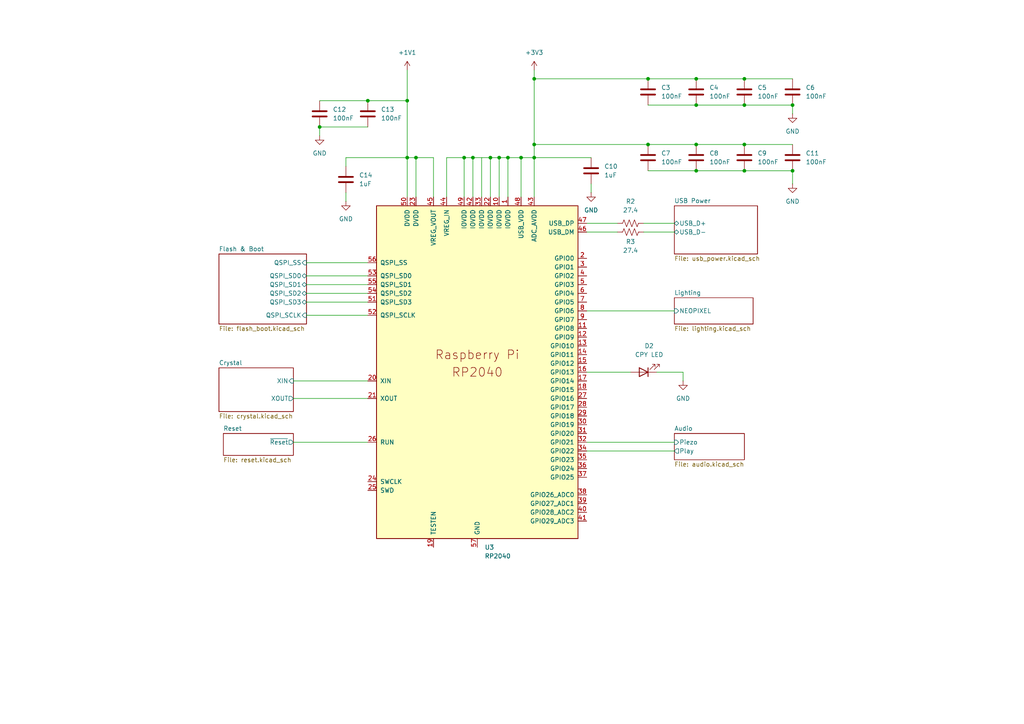
<source format=kicad_sch>
(kicad_sch (version 20250114) (generator "eeschema") (generator_version "9.0")
  (paper "A4")
  (lib_symbols
    (symbol "Device:C" (pin_numbers (hide yes)) (pin_names (offset 0.254))
      (property "Reference" "C" (at 0.635 2.54 0))
      (property "Value" "C" (at 0.635 -2.54 0))
      (symbol "C_0_1"
        (polyline (pts (xy -2.032 0.762) (xy 2.032 0.762)) (stroke (width 0.508)))
        (polyline (pts (xy -2.032 -0.762) (xy 2.032 -0.762)) (stroke (width 0.508)))
      )
      (symbol "C_1_1"
        (pin passive line (at 0 3.81 270) (length 2.794) (name "~") (number "1"))
        (pin passive line (at 0 -3.81 90) (length 2.794) (name "~") (number "2"))
      )
    )
    (symbol "Device:LED" (pin_numbers (hide yes)) (pin_names (offset 1.016) (hide yes))
      (property "Reference" "D" (at 0 2.54 0))
      (property "Value" "LED" (at 0 -2.54 0))
      (symbol "LED_0_1"
        (polyline (pts (xy -3.048 -0.762) (xy -4.572 -2.286) (xy -3.81 -2.286) (xy -4.572 -2.286) (xy -4.572 -1.524)))
        (polyline (pts (xy -1.778 -0.762) (xy -3.302 -2.286) (xy -2.54 -2.286) (xy -3.302 -2.286) (xy -3.302 -1.524)))
        (polyline (pts (xy -1.27 0) (xy 1.27 0)))
        (polyline (pts (xy -1.27 -1.27) (xy -1.27 1.27)) (stroke (width 0.254)))
        (polyline (pts (xy 1.27 -1.27) (xy 1.27 1.27) (xy -1.27 0) (xy 1.27 -1.27)) (stroke (width 0.254)))
      )
      (symbol "LED_1_1"
        (pin passive line (at -3.81 0 0) (length 2.54) (name "K") (number "1"))
        (pin passive line (at 3.81 0 180) (length 2.54) (name "A") (number "2"))
      )
    )
    (symbol "Device:R_US" (pin_numbers (hide yes)) (pin_names (offset 0))
      (property "Reference" "R" (at 2.54 0 90))
      (property "Value" "R_US" (at -2.54 0 90))
      (symbol "R_US_0_1"
        (polyline (pts (xy 0 2.286) (xy 0 2.54)))
        (polyline (pts (xy 0 2.286) (xy 1.016 1.905) (xy 0 1.524) (xy -1.016 1.143) (xy 0 0.762)))
        (polyline (pts (xy 0 0.762) (xy 1.016 0.381) (xy 0 0) (xy -1.016 -0.381) (xy 0 -0.762)))
        (polyline (pts (xy 0 -0.762) (xy 1.016 -1.143) (xy 0 -1.524) (xy -1.016 -1.905) (xy 0 -2.286)))
        (polyline (pts (xy 0 -2.286) (xy 0 -2.54)))
      )
      (symbol "R_US_1_1"
        (pin passive line (at 0 3.81 270) (length 1.27) (name "~") (number "1"))
        (pin passive line (at 0 -3.81 90) (length 1.27) (name "~") (number "2"))
      )
    )
    (symbol "Tekk_Card_Symbols:RP2040" (pin_names (offset 1.016))
      (property "Reference" "U" (at -29.21 49.53 0))
      (property "Value" "RP2040" (at 24.13 -49.53 0))
      (symbol "RP2040_0_0"
        (text "Raspberry Pi" (at 0 5.08 0) (effects (font (size 2.54 2.54))))
        (text "RP2040" (at 0 0 0) (effects (font (size 2.54 2.54))))
      )
      (symbol "RP2040_0_1"
        (rectangle (start 29.21 48.26) (end -29.21 -48.26) (stroke (width 0.254)) (fill (type background)))
      )
      (symbol "RP2040_1_1"
        (pin bidirectional line (at -31.75 31.75 0) (length 2.54) (name "QSPI_SS") (number "56"))
        (pin bidirectional line (at -31.75 27.94 0) (length 2.54) (name "QSPI_SD0") (number "53"))
        (pin bidirectional line (at -31.75 25.4 0) (length 2.54) (name "QSPI_SD1") (number "55"))
        (pin bidirectional line (at -31.75 22.86 0) (length 2.54) (name "QSPI_SD2") (number "54"))
        (pin bidirectional line (at -31.75 20.32 0) (length 2.54) (name "QSPI_SD3") (number "51"))
        (pin output line (at -31.75 16.51 0) (length 2.54) (name "QSPI_SCLK") (number "52"))
        (pin input line (at -31.75 -2.54 0) (length 2.54) (name "XIN") (number "20"))
        (pin passive line (at -31.75 -7.62 0) (length 2.54) (name "XOUT") (number "21"))
        (pin input line (at -31.75 -20.32 0) (length 2.54) (name "RUN") (number "26"))
        (pin output line (at -31.75 -31.75 0) (length 2.54) (name "SWCLK") (number "24"))
        (pin bidirectional line (at -31.75 -34.29 0) (length 2.54) (name "SWD") (number "25"))
        (pin power_in line (at -20.32 50.8 270) (length 2.54) (name "DVDD") (number "50"))
        (pin power_in line (at -17.78 50.8 270) (length 2.54) (name "DVDD") (number "23"))
        (pin power_out line (at -12.7 50.8 270) (length 2.54) (name "VREG_VOUT") (number "45"))
        (pin passive line (at -12.7 -50.8 90) (length 2.54) (name "TESTEN") (number "19"))
        (pin power_in line (at -8.89 50.8 270) (length 2.54) (name "VREG_IN") (number "44"))
        (pin power_in line (at -3.81 50.8 270) (length 2.54) (name "IOVDD") (number "49"))
        (pin power_in line (at -1.27 50.8 270) (length 2.54) (name "IOVDD") (number "42"))
        (pin power_in line (at 0 -50.8 90) (length 2.54) (name "GND") (number "57"))
        (pin power_in line (at 1.27 50.8 270) (length 2.54) (name "IOVDD") (number "33"))
        (pin power_in line (at 3.81 50.8 270) (length 2.54) (name "IOVDD") (number "22"))
        (pin power_in line (at 6.35 50.8 270) (length 2.54) (name "IOVDD") (number "10"))
        (pin power_in line (at 8.89 50.8 270) (length 2.54) (name "IOVDD") (number "1"))
        (pin power_in line (at 12.7 50.8 270) (length 2.54) (name "USB_VDD") (number "48"))
        (pin power_in line (at 16.51 50.8 270) (length 2.54) (name "ADC_AVDD") (number "43"))
        (pin bidirectional line (at 31.75 43.18 180) (length 2.54) (name "USB_DP") (number "47"))
        (pin bidirectional line (at 31.75 40.64 180) (length 2.54) (name "USB_DM") (number "46"))
        (pin bidirectional line (at 31.75 33.02 180) (length 2.54) (name "GPIO0") (number "2"))
        (pin bidirectional line (at 31.75 30.48 180) (length 2.54) (name "GPIO1") (number "3"))
        (pin bidirectional line (at 31.75 27.94 180) (length 2.54) (name "GPIO2") (number "4"))
        (pin bidirectional line (at 31.75 25.4 180) (length 2.54) (name "GPIO3") (number "5"))
        (pin bidirectional line (at 31.75 22.86 180) (length 2.54) (name "GPIO4") (number "6"))
        (pin bidirectional line (at 31.75 20.32 180) (length 2.54) (name "GPIO5") (number "7"))
        (pin bidirectional line (at 31.75 17.78 180) (length 2.54) (name "GPIO6") (number "8"))
        (pin bidirectional line (at 31.75 15.24 180) (length 2.54) (name "GPIO7") (number "9"))
        (pin bidirectional line (at 31.75 12.7 180) (length 2.54) (name "GPIO8") (number "11"))
        (pin bidirectional line (at 31.75 10.16 180) (length 2.54) (name "GPIO9") (number "12"))
        (pin bidirectional line (at 31.75 7.62 180) (length 2.54) (name "GPIO10") (number "13"))
        (pin bidirectional line (at 31.75 5.08 180) (length 2.54) (name "GPIO11") (number "14"))
        (pin bidirectional line (at 31.75 2.54 180) (length 2.54) (name "GPIO12") (number "15"))
        (pin bidirectional line (at 31.75 0 180) (length 2.54) (name "GPIO13") (number "16"))
        (pin bidirectional line (at 31.75 -2.54 180) (length 2.54) (name "GPIO14") (number "17"))
        (pin bidirectional line (at 31.75 -5.08 180) (length 2.54) (name "GPIO15") (number "18"))
        (pin bidirectional line (at 31.75 -7.62 180) (length 2.54) (name "GPIO16") (number "27"))
        (pin bidirectional line (at 31.75 -10.16 180) (length 2.54) (name "GPIO17") (number "28"))
        (pin bidirectional line (at 31.75 -12.7 180) (length 2.54) (name "GPIO18") (number "29"))
        (pin bidirectional line (at 31.75 -15.24 180) (length 2.54) (name "GPIO19") (number "30"))
        (pin bidirectional line (at 31.75 -17.78 180) (length 2.54) (name "GPIO20") (number "31"))
        (pin bidirectional line (at 31.75 -20.32 180) (length 2.54) (name "GPIO21") (number "32"))
        (pin bidirectional line (at 31.75 -22.86 180) (length 2.54) (name "GPIO22") (number "34"))
        (pin bidirectional line (at 31.75 -25.4 180) (length 2.54) (name "GPIO23") (number "35"))
        (pin bidirectional line (at 31.75 -27.94 180) (length 2.54) (name "GPIO24") (number "36"))
        (pin bidirectional line (at 31.75 -30.48 180) (length 2.54) (name "GPIO25") (number "37"))
        (pin bidirectional line (at 31.75 -35.56 180) (length 2.54) (name "GPIO26_ADC0") (number "38"))
        (pin bidirectional line (at 31.75 -38.1 180) (length 2.54) (name "GPIO27_ADC1") (number "39"))
        (pin bidirectional line (at 31.75 -40.64 180) (length 2.54) (name "GPIO28_ADC2") (number "40"))
        (pin bidirectional line (at 31.75 -43.18 180) (length 2.54) (name "GPIO29_ADC3") (number "41"))
      )
    )
    (symbol "power:+1V1" (power) (pin_numbers (hide yes)) (pin_names (offset 0) (hide yes))
      (property "Value" "+1V1" (at 0 3.556 0))
      (symbol "+1V1_0_1"
        (polyline (pts (xy -0.762 1.27) (xy 0 2.54)))
        (polyline (pts (xy 0 2.54) (xy 0.762 1.27)))
        (polyline (pts (xy 0 0) (xy 0 2.54)))
      )
      (symbol "+1V1_1_1"
        (pin power_in line (at 0 0 90) (length 0) (name "~") (number "1"))
      )
    )
    (symbol "power:+3V3" (power) (pin_numbers (hide yes)) (pin_names (offset 0) (hide yes))
      (property "Value" "+3V3" (at 0 3.556 0))
      (symbol "+3V3_0_1"
        (polyline (pts (xy -0.762 1.27) (xy 0 2.54)))
        (polyline (pts (xy 0 2.54) (xy 0.762 1.27)))
        (polyline (pts (xy 0 0) (xy 0 2.54)))
      )
      (symbol "+3V3_1_1"
        (pin power_in line (at 0 0 90) (length 0) (name "~") (number "1"))
      )
    )
    (symbol "power:GND" (power) (pin_numbers (hide yes)) (pin_names (offset 0) (hide yes))
      (property "Value" "GND" (at 0 -3.81 0))
      (symbol "GND_0_1"
        (polyline (pts (xy 0 0) (xy 0 -1.27) (xy 1.27 -1.27) (xy 0 -2.54) (xy -1.27 -1.27) (xy 0 -1.27)))
      )
      (symbol "GND_1_1"
        (pin power_in line (at 0 0 270) (length 0) (name "~") (number "1"))
      )
    )
  )
  (junction (at 151.13 45.72))
  (junction (at 215.9 22.86))
  (junction (at 92.71 36.83))
  (junction (at 215.9 41.91))
  (junction (at 215.9 30.48))
  (junction (at 137.16 45.72))
  (junction (at 229.87 30.48))
  (junction (at 118.11 45.72))
  (junction (at 187.96 41.91))
  (junction (at 229.87 49.53))
  (junction (at 187.96 22.86))
  (junction (at 215.9 49.53))
  (junction (at 118.11 29.21))
  (junction (at 134.62 45.72))
  (junction (at 201.93 49.53))
  (junction (at 201.93 41.91))
  (junction (at 147.32 45.72))
  (junction (at 154.94 22.86))
  (junction (at 120.65 45.72))
  (junction (at 154.94 45.72))
  (junction (at 142.24 45.72))
  (junction (at 106.68 29.21))
  (junction (at 154.94 41.91))
  (junction (at 201.93 22.86))
  (junction (at 144.78 45.72))
  (junction (at 201.93 30.48))
  (wire (pts (xy 118.11 45.72) (xy 118.11 57.15)))
  (wire (pts (xy 215.9 30.48) (xy 229.87 30.48)))
  (wire (pts (xy 85.09 128.27) (xy 106.68 128.27)))
  (wire (pts (xy 100.33 45.72) (xy 118.11 45.72)))
  (wire (pts (xy 129.54 57.15) (xy 129.54 45.72)))
  (wire (pts (xy 229.87 30.48) (xy 229.87 33.02)))
  (wire (pts (xy 137.16 45.72) (xy 137.16 57.15)))
  (wire (pts (xy 201.93 41.91) (xy 215.9 41.91)))
  (wire (pts (xy 144.78 45.72) (xy 144.78 57.15)))
  (wire (pts (xy 187.96 22.86) (xy 154.94 22.86)))
  (wire (pts (xy 125.73 45.72) (xy 120.65 45.72)))
  (wire (pts (xy 154.94 41.91) (xy 154.94 45.72)))
  (wire (pts (xy 151.13 45.72) (xy 151.13 57.15)))
  (wire (pts (xy 187.96 41.91) (xy 201.93 41.91)))
  (wire (pts (xy 88.9 85.09) (xy 106.68 85.09)))
  (wire (pts (xy 147.32 45.72) (xy 151.13 45.72)))
  (wire (pts (xy 170.18 130.81) (xy 195.58 130.81)))
  (wire (pts (xy 154.94 45.72) (xy 154.94 57.15)))
  (wire (pts (xy 88.9 76.2) (xy 106.68 76.2)))
  (wire (pts (xy 120.65 45.72) (xy 120.65 57.15)))
  (wire (pts (xy 171.45 53.34) (xy 171.45 55.88)))
  (wire (pts (xy 106.68 29.21) (xy 118.11 29.21)))
  (wire (pts (xy 187.96 41.91) (xy 154.94 41.91)))
  (wire (pts (xy 151.13 45.72) (xy 154.94 45.72)))
  (wire (pts (xy 186.69 67.31) (xy 195.58 67.31)))
  (wire (pts (xy 134.62 45.72) (xy 134.62 57.15)))
  (wire (pts (xy 129.54 45.72) (xy 134.62 45.72)))
  (wire (pts (xy 187.96 49.53) (xy 201.93 49.53)))
  (wire (pts (xy 85.09 110.49) (xy 106.68 110.49)))
  (wire (pts (xy 170.18 128.27) (xy 195.58 128.27)))
  (wire (pts (xy 229.87 49.53) (xy 215.9 49.53)))
  (wire (pts (xy 229.87 49.53) (xy 229.87 53.34)))
  (wire (pts (xy 154.94 20.32) (xy 154.94 22.86)))
  (wire (pts (xy 92.71 29.21) (xy 106.68 29.21)))
  (wire (pts (xy 198.12 107.95) (xy 198.12 110.49)))
  (wire (pts (xy 88.9 91.44) (xy 106.68 91.44)))
  (wire (pts (xy 170.18 107.95) (xy 182.88 107.95)))
  (wire (pts (xy 170.18 64.77) (xy 179.07 64.77)))
  (wire (pts (xy 201.93 30.48) (xy 215.9 30.48)))
  (wire (pts (xy 170.18 67.31) (xy 179.07 67.31)))
  (wire (pts (xy 88.9 80.01) (xy 106.68 80.01)))
  (wire (pts (xy 154.94 22.86) (xy 154.94 41.91)))
  (wire (pts (xy 154.94 45.72) (xy 171.45 45.72)))
  (wire (pts (xy 144.78 45.72) (xy 147.32 45.72)))
  (wire (pts (xy 137.16 45.72) (xy 142.24 45.72)))
  (wire (pts (xy 118.11 20.32) (xy 118.11 29.21)))
  (wire (pts (xy 118.11 45.72) (xy 120.65 45.72)))
  (wire (pts (xy 190.5 107.95) (xy 198.12 107.95)))
  (wire (pts (xy 92.71 36.83) (xy 92.71 39.37)))
  (wire (pts (xy 134.62 45.72) (xy 137.16 45.72)))
  (wire (pts (xy 88.9 87.63) (xy 106.68 87.63)))
  (wire (pts (xy 88.9 82.55) (xy 106.68 82.55)))
  (wire (pts (xy 215.9 22.86) (xy 229.87 22.86)))
  (wire (pts (xy 139.7 57.15) (xy 139.7 45.7459)))
  (wire (pts (xy 187.96 30.48) (xy 201.93 30.48)))
  (wire (pts (xy 118.11 29.21) (xy 118.11 45.72)))
  (wire (pts (xy 100.33 48.26) (xy 100.33 45.72)))
  (wire (pts (xy 142.24 45.72) (xy 142.24 57.15)))
  (wire (pts (xy 201.93 22.86) (xy 215.9 22.86)))
  (wire (pts (xy 125.73 57.15) (xy 125.73 45.72)))
  (wire (pts (xy 100.33 58.42) (xy 100.33 55.88)))
  (wire (pts (xy 142.24 45.72) (xy 144.78 45.72)))
  (wire (pts (xy 201.93 49.53) (xy 215.9 49.53)))
  (wire (pts (xy 186.69 64.77) (xy 195.58 64.77)))
  (wire (pts (xy 147.32 45.72) (xy 147.32 57.15)))
  (wire (pts (xy 92.71 36.83) (xy 106.68 36.83)))
  (wire (pts (xy 170.18 90.17) (xy 195.58 90.17)))
  (wire (pts (xy 215.9 41.91) (xy 229.87 41.91)))
  (wire (pts (xy 85.09 115.57) (xy 106.68 115.57)))
  (wire (pts (xy 187.96 22.86) (xy 201.93 22.86)))
  (wire (pts (xy 139.7 45.7459) (xy 139.8248 45.7459)))
  (symbol (lib_id "power:GND") (at 100.33 58.42 0) (unit 1)
    (property "Reference" "#PWR013" (effects (hide yes)))
    (property "Value" "GND" (at 100.33 63.5 0))
    (property "Description" "Power symbol creates a global label with name \"GND\" , ground" (effects (hide yes)))
  )
  (symbol (lib_id "Device:C") (at 201.93 26.67 0) (unit 1)
    (property "Reference" "C4" (at 205.74 25.3999 0) (effects (justify left)))
    (property "Value" "100nF" (at 205.74 27.9399 0) (effects (justify left)))
    (property "Description" "Unpolarized capacitor" (effects (hide yes)))
  )
  (symbol (lib_id "Tekk_Card_Symbols:RP2040") (at 138.43 107.95 0) (unit 1)
    (property "Reference" "U3" (at 140.5733 158.75 0) (effects (justify left)))
    (property "Value" "RP2040" (at 140.5733 161.29 0) (effects (justify left)))
    (property "Footprint" "Tekk_Card_Library:RP2040-QFN-56" (effects (hide yes)))
  )
  (symbol (lib_id "power:+1V1") (at 118.11 20.32 0) (unit 1)
    (property "Reference" "#PWR012" (effects (hide yes)))
    (property "Value" "+1V1" (at 118.11 15.24 0))
    (property "Description" "Power symbol creates a global label with name \"+1V1\"" (effects (hide yes)))
  )
  (symbol (lib_id "Device:C") (at 171.45 49.53 0) (unit 1)
    (property "Reference" "C10" (at 175.26 48.2599 0) (effects (justify left)))
    (property "Value" "1uF" (at 175.26 50.7999 0) (effects (justify left)))
    (property "Description" "Unpolarized capacitor" (effects (hide yes)))
  )
  (symbol (lib_id "power:GND") (at 229.87 33.02 0) (unit 1)
    (property "Reference" "#PWR09" (effects (hide yes)))
    (property "Value" "GND" (at 229.87 38.1 0))
    (property "Description" "Power symbol creates a global label with name \"GND\" , ground" (effects (hide yes)))
  )
  (symbol (lib_id "power:+3V3") (at 154.94 20.32 0) (unit 1)
    (property "Reference" "#PWR08" (effects (hide yes)))
    (property "Value" "+3V3" (at 154.94 15.24 0))
    (property "Description" "Power symbol creates a global label with name \"+3V3\"" (effects (hide yes)))
  )
  (symbol (lib_id "Device:C") (at 229.87 26.67 0) (unit 1)
    (property "Reference" "C6" (at 233.68 25.3999 0) (effects (justify left)))
    (property "Value" "100nF" (at 233.68 27.9399 0) (effects (justify left)))
    (property "Description" "Unpolarized capacitor" (effects (hide yes)))
  )
  (symbol (lib_id "Device:C") (at 201.93 45.72 0) (unit 1)
    (property "Reference" "C8" (at 205.74 44.4499 0) (effects (justify left)))
    (property "Value" "100nF" (at 205.74 46.9899 0) (effects (justify left)))
    (property "Description" "Unpolarized capacitor" (effects (hide yes)))
  )
  (symbol (lib_id "power:GND") (at 92.71 39.37 0) (unit 1)
    (property "Reference" "#PWR011" (effects (hide yes)))
    (property "Value" "GND" (at 92.71 44.45 0))
    (property "Description" "Power symbol creates a global label with name \"GND\" , ground" (effects (hide yes)))
  )
  (symbol (lib_id "Device:R_US") (at 182.88 64.77 90) (unit 1)
    (property "Reference" "R2" (at 182.88 58.42 90))
    (property "Value" "27.4" (at 182.88 60.96 90))
    (property "Description" "Resistor, US symbol" (effects (hide yes)))
  )
  (symbol (lib_id "Device:C") (at 215.9 45.72 0) (unit 1)
    (property "Reference" "C9" (at 219.71 44.4499 0) (effects (justify left)))
    (property "Value" "100nF" (at 219.71 46.9899 0) (effects (justify left)))
    (property "Description" "Unpolarized capacitor" (effects (hide yes)))
  )
  (symbol (lib_id "Device:C") (at 106.68 33.02 0) (unit 1)
    (property "Reference" "C13" (at 110.49 31.7499 0) (effects (justify left)))
    (property "Value" "100nF" (at 110.49 34.2899 0) (effects (justify left)))
    (property "Description" "Unpolarized capacitor" (effects (hide yes)))
  )
  (symbol (lib_id "Device:C") (at 229.87 45.72 0) (unit 1)
    (property "Reference" "C11" (at 233.68 44.4499 0) (effects (justify left)))
    (property "Value" "100nF" (at 233.68 46.9899 0) (effects (justify left)))
    (property "Description" "Unpolarized capacitor" (effects (hide yes)))
  )
  (symbol (lib_id "Device:LED") (at 186.69 107.95 180) (unit 1)
    (property "Reference" "D2" (at 188.2775 100.33 0))
    (property "Value" "CPY LED" (at 188.2775 102.87 0))
    (property "Description" "Light emitting diode" (effects (hide yes)))
    (property "Sim.Pins" "1=K 2=A" (effects (hide yes)))
  )
  (symbol (lib_id "Device:C") (at 187.96 26.67 0) (unit 1)
    (property "Reference" "C3" (at 191.77 25.3999 0) (effects (justify left)))
    (property "Value" "100nF" (at 191.77 27.9399 0) (effects (justify left)))
    (property "Description" "Unpolarized capacitor" (effects (hide yes)))
  )
  (symbol (lib_id "Device:C") (at 92.71 33.02 0) (unit 1)
    (property "Reference" "C12" (at 96.52 31.7499 0) (effects (justify left)))
    (property "Value" "100nF" (at 96.52 34.2899 0) (effects (justify left)))
    (property "Description" "Unpolarized capacitor" (effects (hide yes)))
  )
  (symbol (lib_id "power:GND") (at 171.45 55.88 0) (unit 1)
    (property "Reference" "#PWR014" (effects (hide yes)))
    (property "Value" "GND" (at 171.45 60.96 0))
    (property "Description" "Power symbol creates a global label with name \"GND\" , ground" (effects (hide yes)))
  )
  (symbol (lib_id "Device:R_US") (at 182.88 67.31 270) (unit 1)
    (property "Reference" "R3" (at 182.88 70.104 90))
    (property "Value" "27.4" (at 182.88 72.644 90))
    (property "Description" "Resistor, US symbol" (effects (hide yes)))
  )
  (symbol (lib_id "power:GND") (at 229.87 53.34 0) (unit 1)
    (property "Reference" "#PWR010" (effects (hide yes)))
    (property "Value" "GND" (at 229.87 58.42 0))
    (property "Description" "Power symbol creates a global label with name \"GND\" , ground" (effects (hide yes)))
  )
  (symbol (lib_id "Device:C") (at 100.33 52.07 0) (unit 1)
    (property "Reference" "C14" (at 104.14 50.7999 0) (effects (justify left)))
    (property "Value" "1uF" (at 104.14 53.3399 0) (effects (justify left)))
    (property "Description" "Unpolarized capacitor" (effects (hide yes)))
  )
  (symbol (lib_id "Device:C") (at 215.9 26.67 0) (unit 1)
    (property "Reference" "C5" (at 219.71 25.3999 0) (effects (justify left)))
    (property "Value" "100nF" (at 219.71 27.9399 0) (effects (justify left)))
    (property "Description" "Unpolarized capacitor" (effects (hide yes)))
  )
  (symbol (lib_id "Device:C") (at 187.96 45.72 0) (unit 1)
    (property "Reference" "C7" (at 191.77 44.4499 0) (effects (justify left)))
    (property "Value" "100nF" (at 191.77 46.9899 0) (effects (justify left)))
    (property "Description" "Unpolarized capacitor" (effects (hide yes)))
  )
  (symbol (lib_id "power:GND") (at 198.12 110.49 0) (unit 1)
    (property "Reference" "#PWR025" (effects (hide yes)))
    (property "Value" "GND" (at 198.12 115.57 0))
    (property "Description" "Power symbol creates a global label with name \"GND\" , ground" (effects (hide yes)))
  )
  (sheet (at 64.77 125.73) (size 20.32 6.35) (stroke (width 0.1524))
    (property "Sheetname" "Reset" (at 64.77 125.0184 0) (effects (justify left bottom)))
    (property "Sheetfile" "reset.kicad_sch" (at 64.77 132.6646 0) (effects (justify left top)))
    (pin "~{Reset}" output (at 85.09 128.27 0))
  )
  (sheet (at 195.58 86.36) (size 22.86 7.62) (stroke (width 0.1524))
    (property "Sheetname" "Lighting" (at 195.58 85.6484 0) (effects (justify left bottom)))
    (property "Sheetfile" "lighting.kicad_sch" (at 195.58 94.5646 0) (effects (justify left top)))
    (pin "NEOPIXEL" input (at 195.58 90.17 180))
  )
  (sheet (at 195.58 125.73) (size 20.32 7.62) (stroke (width 0.1524))
    (property "Sheetname" "Audio" (at 195.58 125.0184 0) (effects (justify left bottom)))
    (property "Sheetfile" "audio.kicad_sch" (at 195.58 133.9346 0) (effects (justify left top)))
    (pin "Piezo" input (at 195.58 128.27 180))
    (pin "Play" output (at 195.58 130.81 180))
  )
  (sheet (at 195.58 59.69) (size 24.13 13.97) (stroke (width 0.1524))
    (property "Sheetname" "USB Power" (at 195.58 58.9784 0) (effects (justify left bottom)))
    (property "Sheetfile" "usb_power.kicad_sch" (at 195.58 74.2446 0) (effects (justify left top)))
    (pin "USB_D+" bidirectional (at 195.58 64.77 180))
    (pin "USB_D-" bidirectional (at 195.58 67.31 180))
  )
  (sheet (at 63.5 106.68) (size 21.59 12.7) (stroke (width 0.1524))
    (property "Sheetname" "Crystal" (at 63.5 105.9684 0) (effects (justify left bottom)))
    (property "Sheetfile" "crystal.kicad_sch" (at 63.5 119.9646 0) (effects (justify left top)))
    (pin "XOUT" output (at 85.09 115.57 0))
    (pin "XIN" input (at 85.09 110.49 0))
  )
  (sheet (at 63.5 73.66) (size 25.4 20.32) (stroke (width 0.1524))
    (property "Sheetname" "Flash & Boot" (at 63.5 72.9484 0) (effects (justify left bottom)))
    (property "Sheetfile" "flash_boot.kicad_sch" (at 63.5 94.5646 0) (effects (justify left top)))
    (pin "QSPI_SCLK" input (at 88.9 91.44 0))
    (pin "QSPI_SS" input (at 88.9 76.2 0))
    (pin "QSPI_SD0" bidirectional (at 88.9 80.01 0))
    (pin "QSPI_SD1" bidirectional (at 88.9 82.55 0))
    (pin "QSPI_SD2" bidirectional (at 88.9 85.09 0))
    (pin "QSPI_SD3" bidirectional (at 88.9 87.63 0))
  )
)
</source>
